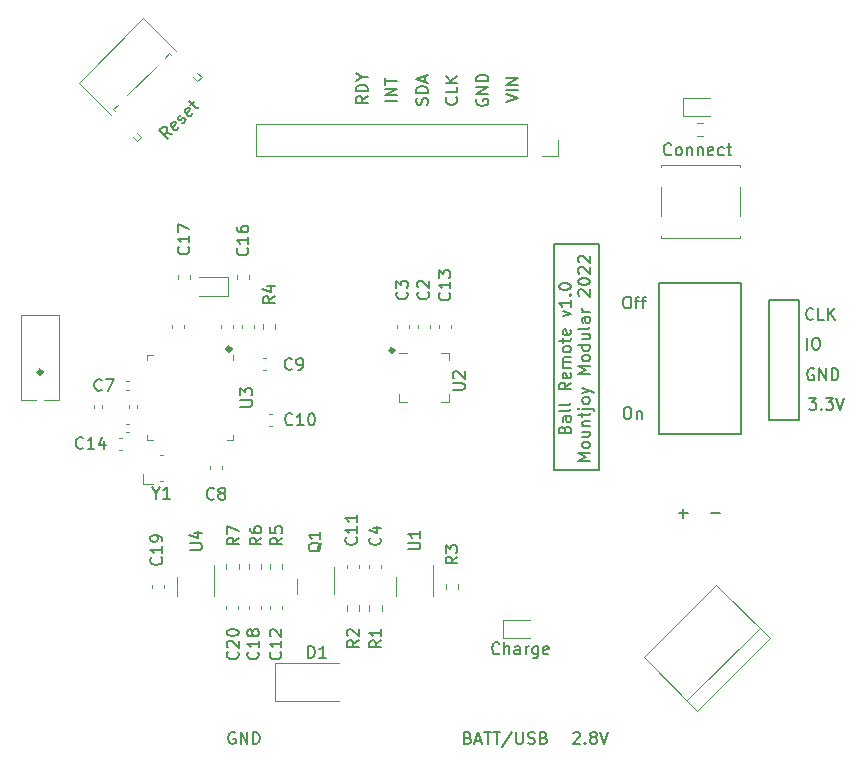
<source format=gbr>
%TF.GenerationSoftware,KiCad,Pcbnew,(6.0.4)*%
%TF.CreationDate,2022-03-21T16:24:48+00:00*%
%TF.ProjectId,Ball_Remote_Components,42616c6c-5f52-4656-9d6f-74655f436f6d,rev?*%
%TF.SameCoordinates,Original*%
%TF.FileFunction,Legend,Top*%
%TF.FilePolarity,Positive*%
%FSLAX46Y46*%
G04 Gerber Fmt 4.6, Leading zero omitted, Abs format (unit mm)*
G04 Created by KiCad (PCBNEW (6.0.4)) date 2022-03-21 16:24:48*
%MOMM*%
%LPD*%
G01*
G04 APERTURE LIST*
%ADD10C,0.298607*%
%ADD11C,0.357843*%
%ADD12C,0.150000*%
%ADD13C,0.120000*%
%ADD14C,0.342843*%
G04 APERTURE END LIST*
D10*
X143549303Y-104500000D02*
G75*
G03*
X143549303Y-104500000I-149303J0D01*
G01*
D11*
X129778921Y-104400000D02*
G75*
G03*
X129778921Y-104400000I-178921J0D01*
G01*
D12*
X157100000Y-114600000D02*
X160900000Y-114600000D01*
X160900000Y-114600000D02*
X160900000Y-95500000D01*
X160900000Y-95500000D02*
X157100000Y-95500000D01*
X157100000Y-95500000D02*
X157100000Y-114600000D01*
X158023571Y-111200000D02*
X158071190Y-111057142D01*
X158118809Y-111009523D01*
X158214047Y-110961904D01*
X158356904Y-110961904D01*
X158452142Y-111009523D01*
X158499761Y-111057142D01*
X158547380Y-111152380D01*
X158547380Y-111533333D01*
X157547380Y-111533333D01*
X157547380Y-111200000D01*
X157595000Y-111104761D01*
X157642619Y-111057142D01*
X157737857Y-111009523D01*
X157833095Y-111009523D01*
X157928333Y-111057142D01*
X157975952Y-111104761D01*
X158023571Y-111200000D01*
X158023571Y-111533333D01*
X158547380Y-110104761D02*
X158023571Y-110104761D01*
X157928333Y-110152380D01*
X157880714Y-110247619D01*
X157880714Y-110438095D01*
X157928333Y-110533333D01*
X158499761Y-110104761D02*
X158547380Y-110200000D01*
X158547380Y-110438095D01*
X158499761Y-110533333D01*
X158404523Y-110580952D01*
X158309285Y-110580952D01*
X158214047Y-110533333D01*
X158166428Y-110438095D01*
X158166428Y-110200000D01*
X158118809Y-110104761D01*
X158547380Y-109485714D02*
X158499761Y-109580952D01*
X158404523Y-109628571D01*
X157547380Y-109628571D01*
X158547380Y-108961904D02*
X158499761Y-109057142D01*
X158404523Y-109104761D01*
X157547380Y-109104761D01*
X158547380Y-107247619D02*
X158071190Y-107580952D01*
X158547380Y-107819047D02*
X157547380Y-107819047D01*
X157547380Y-107438095D01*
X157595000Y-107342857D01*
X157642619Y-107295238D01*
X157737857Y-107247619D01*
X157880714Y-107247619D01*
X157975952Y-107295238D01*
X158023571Y-107342857D01*
X158071190Y-107438095D01*
X158071190Y-107819047D01*
X158499761Y-106438095D02*
X158547380Y-106533333D01*
X158547380Y-106723809D01*
X158499761Y-106819047D01*
X158404523Y-106866666D01*
X158023571Y-106866666D01*
X157928333Y-106819047D01*
X157880714Y-106723809D01*
X157880714Y-106533333D01*
X157928333Y-106438095D01*
X158023571Y-106390476D01*
X158118809Y-106390476D01*
X158214047Y-106866666D01*
X158547380Y-105961904D02*
X157880714Y-105961904D01*
X157975952Y-105961904D02*
X157928333Y-105914285D01*
X157880714Y-105819047D01*
X157880714Y-105676190D01*
X157928333Y-105580952D01*
X158023571Y-105533333D01*
X158547380Y-105533333D01*
X158023571Y-105533333D02*
X157928333Y-105485714D01*
X157880714Y-105390476D01*
X157880714Y-105247619D01*
X157928333Y-105152380D01*
X158023571Y-105104761D01*
X158547380Y-105104761D01*
X158547380Y-104485714D02*
X158499761Y-104580952D01*
X158452142Y-104628571D01*
X158356904Y-104676190D01*
X158071190Y-104676190D01*
X157975952Y-104628571D01*
X157928333Y-104580952D01*
X157880714Y-104485714D01*
X157880714Y-104342857D01*
X157928333Y-104247619D01*
X157975952Y-104200000D01*
X158071190Y-104152380D01*
X158356904Y-104152380D01*
X158452142Y-104200000D01*
X158499761Y-104247619D01*
X158547380Y-104342857D01*
X158547380Y-104485714D01*
X157880714Y-103866666D02*
X157880714Y-103485714D01*
X157547380Y-103723809D02*
X158404523Y-103723809D01*
X158499761Y-103676190D01*
X158547380Y-103580952D01*
X158547380Y-103485714D01*
X158499761Y-102771428D02*
X158547380Y-102866666D01*
X158547380Y-103057142D01*
X158499761Y-103152380D01*
X158404523Y-103200000D01*
X158023571Y-103200000D01*
X157928333Y-103152380D01*
X157880714Y-103057142D01*
X157880714Y-102866666D01*
X157928333Y-102771428D01*
X158023571Y-102723809D01*
X158118809Y-102723809D01*
X158214047Y-103200000D01*
X157880714Y-101628571D02*
X158547380Y-101390476D01*
X157880714Y-101152380D01*
X158547380Y-100247619D02*
X158547380Y-100819047D01*
X158547380Y-100533333D02*
X157547380Y-100533333D01*
X157690238Y-100628571D01*
X157785476Y-100723809D01*
X157833095Y-100819047D01*
X158452142Y-99819047D02*
X158499761Y-99771428D01*
X158547380Y-99819047D01*
X158499761Y-99866666D01*
X158452142Y-99819047D01*
X158547380Y-99819047D01*
X157547380Y-99152380D02*
X157547380Y-99057142D01*
X157595000Y-98961904D01*
X157642619Y-98914285D01*
X157737857Y-98866666D01*
X157928333Y-98819047D01*
X158166428Y-98819047D01*
X158356904Y-98866666D01*
X158452142Y-98914285D01*
X158499761Y-98961904D01*
X158547380Y-99057142D01*
X158547380Y-99152380D01*
X158499761Y-99247619D01*
X158452142Y-99295238D01*
X158356904Y-99342857D01*
X158166428Y-99390476D01*
X157928333Y-99390476D01*
X157737857Y-99342857D01*
X157642619Y-99295238D01*
X157595000Y-99247619D01*
X157547380Y-99152380D01*
X160157380Y-113866666D02*
X159157380Y-113866666D01*
X159871666Y-113533333D01*
X159157380Y-113200000D01*
X160157380Y-113200000D01*
X160157380Y-112580952D02*
X160109761Y-112676190D01*
X160062142Y-112723809D01*
X159966904Y-112771428D01*
X159681190Y-112771428D01*
X159585952Y-112723809D01*
X159538333Y-112676190D01*
X159490714Y-112580952D01*
X159490714Y-112438095D01*
X159538333Y-112342857D01*
X159585952Y-112295238D01*
X159681190Y-112247619D01*
X159966904Y-112247619D01*
X160062142Y-112295238D01*
X160109761Y-112342857D01*
X160157380Y-112438095D01*
X160157380Y-112580952D01*
X159490714Y-111390476D02*
X160157380Y-111390476D01*
X159490714Y-111819047D02*
X160014523Y-111819047D01*
X160109761Y-111771428D01*
X160157380Y-111676190D01*
X160157380Y-111533333D01*
X160109761Y-111438095D01*
X160062142Y-111390476D01*
X159490714Y-110914285D02*
X160157380Y-110914285D01*
X159585952Y-110914285D02*
X159538333Y-110866666D01*
X159490714Y-110771428D01*
X159490714Y-110628571D01*
X159538333Y-110533333D01*
X159633571Y-110485714D01*
X160157380Y-110485714D01*
X159490714Y-110152380D02*
X159490714Y-109771428D01*
X159157380Y-110009523D02*
X160014523Y-110009523D01*
X160109761Y-109961904D01*
X160157380Y-109866666D01*
X160157380Y-109771428D01*
X159490714Y-109438095D02*
X160347857Y-109438095D01*
X160443095Y-109485714D01*
X160490714Y-109580952D01*
X160490714Y-109628571D01*
X159157380Y-109438095D02*
X159205000Y-109485714D01*
X159252619Y-109438095D01*
X159205000Y-109390476D01*
X159157380Y-109438095D01*
X159252619Y-109438095D01*
X160157380Y-108819047D02*
X160109761Y-108914285D01*
X160062142Y-108961904D01*
X159966904Y-109009523D01*
X159681190Y-109009523D01*
X159585952Y-108961904D01*
X159538333Y-108914285D01*
X159490714Y-108819047D01*
X159490714Y-108676190D01*
X159538333Y-108580952D01*
X159585952Y-108533333D01*
X159681190Y-108485714D01*
X159966904Y-108485714D01*
X160062142Y-108533333D01*
X160109761Y-108580952D01*
X160157380Y-108676190D01*
X160157380Y-108819047D01*
X159490714Y-108152380D02*
X160157380Y-107914285D01*
X159490714Y-107676190D02*
X160157380Y-107914285D01*
X160395476Y-108009523D01*
X160443095Y-108057142D01*
X160490714Y-108152380D01*
X160157380Y-106533333D02*
X159157380Y-106533333D01*
X159871666Y-106200000D01*
X159157380Y-105866666D01*
X160157380Y-105866666D01*
X160157380Y-105247619D02*
X160109761Y-105342857D01*
X160062142Y-105390476D01*
X159966904Y-105438095D01*
X159681190Y-105438095D01*
X159585952Y-105390476D01*
X159538333Y-105342857D01*
X159490714Y-105247619D01*
X159490714Y-105104761D01*
X159538333Y-105009523D01*
X159585952Y-104961904D01*
X159681190Y-104914285D01*
X159966904Y-104914285D01*
X160062142Y-104961904D01*
X160109761Y-105009523D01*
X160157380Y-105104761D01*
X160157380Y-105247619D01*
X160157380Y-104057142D02*
X159157380Y-104057142D01*
X160109761Y-104057142D02*
X160157380Y-104152380D01*
X160157380Y-104342857D01*
X160109761Y-104438095D01*
X160062142Y-104485714D01*
X159966904Y-104533333D01*
X159681190Y-104533333D01*
X159585952Y-104485714D01*
X159538333Y-104438095D01*
X159490714Y-104342857D01*
X159490714Y-104152380D01*
X159538333Y-104057142D01*
X159490714Y-103152380D02*
X160157380Y-103152380D01*
X159490714Y-103580952D02*
X160014523Y-103580952D01*
X160109761Y-103533333D01*
X160157380Y-103438095D01*
X160157380Y-103295238D01*
X160109761Y-103200000D01*
X160062142Y-103152380D01*
X160157380Y-102533333D02*
X160109761Y-102628571D01*
X160014523Y-102676190D01*
X159157380Y-102676190D01*
X160157380Y-101723809D02*
X159633571Y-101723809D01*
X159538333Y-101771428D01*
X159490714Y-101866666D01*
X159490714Y-102057142D01*
X159538333Y-102152380D01*
X160109761Y-101723809D02*
X160157380Y-101819047D01*
X160157380Y-102057142D01*
X160109761Y-102152380D01*
X160014523Y-102200000D01*
X159919285Y-102200000D01*
X159824047Y-102152380D01*
X159776428Y-102057142D01*
X159776428Y-101819047D01*
X159728809Y-101723809D01*
X160157380Y-101247619D02*
X159490714Y-101247619D01*
X159681190Y-101247619D02*
X159585952Y-101200000D01*
X159538333Y-101152380D01*
X159490714Y-101057142D01*
X159490714Y-100961904D01*
X159252619Y-99914285D02*
X159205000Y-99866666D01*
X159157380Y-99771428D01*
X159157380Y-99533333D01*
X159205000Y-99438095D01*
X159252619Y-99390476D01*
X159347857Y-99342857D01*
X159443095Y-99342857D01*
X159585952Y-99390476D01*
X160157380Y-99961904D01*
X160157380Y-99342857D01*
X159157380Y-98723809D02*
X159157380Y-98628571D01*
X159205000Y-98533333D01*
X159252619Y-98485714D01*
X159347857Y-98438095D01*
X159538333Y-98390476D01*
X159776428Y-98390476D01*
X159966904Y-98438095D01*
X160062142Y-98485714D01*
X160109761Y-98533333D01*
X160157380Y-98628571D01*
X160157380Y-98723809D01*
X160109761Y-98819047D01*
X160062142Y-98866666D01*
X159966904Y-98914285D01*
X159776428Y-98961904D01*
X159538333Y-98961904D01*
X159347857Y-98914285D01*
X159252619Y-98866666D01*
X159205000Y-98819047D01*
X159157380Y-98723809D01*
X159252619Y-98009523D02*
X159205000Y-97961904D01*
X159157380Y-97866666D01*
X159157380Y-97628571D01*
X159205000Y-97533333D01*
X159252619Y-97485714D01*
X159347857Y-97438095D01*
X159443095Y-97438095D01*
X159585952Y-97485714D01*
X160157380Y-98057142D01*
X160157380Y-97438095D01*
X159252619Y-97057142D02*
X159205000Y-97009523D01*
X159157380Y-96914285D01*
X159157380Y-96676190D01*
X159205000Y-96580952D01*
X159252619Y-96533333D01*
X159347857Y-96485714D01*
X159443095Y-96485714D01*
X159585952Y-96533333D01*
X160157380Y-97104761D01*
X160157380Y-96485714D01*
X163233333Y-99962380D02*
X163423809Y-99962380D01*
X163519047Y-100010000D01*
X163614285Y-100105238D01*
X163661904Y-100295714D01*
X163661904Y-100629047D01*
X163614285Y-100819523D01*
X163519047Y-100914761D01*
X163423809Y-100962380D01*
X163233333Y-100962380D01*
X163138095Y-100914761D01*
X163042857Y-100819523D01*
X162995238Y-100629047D01*
X162995238Y-100295714D01*
X163042857Y-100105238D01*
X163138095Y-100010000D01*
X163233333Y-99962380D01*
X163947619Y-100295714D02*
X164328571Y-100295714D01*
X164090476Y-100962380D02*
X164090476Y-100105238D01*
X164138095Y-100010000D01*
X164233333Y-99962380D01*
X164328571Y-99962380D01*
X164519047Y-100295714D02*
X164900000Y-100295714D01*
X164661904Y-100962380D02*
X164661904Y-100105238D01*
X164709523Y-100010000D01*
X164804761Y-99962380D01*
X164900000Y-99962380D01*
X158746428Y-136935119D02*
X158794047Y-136887500D01*
X158889285Y-136839880D01*
X159127380Y-136839880D01*
X159222619Y-136887500D01*
X159270238Y-136935119D01*
X159317857Y-137030357D01*
X159317857Y-137125595D01*
X159270238Y-137268452D01*
X158698809Y-137839880D01*
X159317857Y-137839880D01*
X159746428Y-137744642D02*
X159794047Y-137792261D01*
X159746428Y-137839880D01*
X159698809Y-137792261D01*
X159746428Y-137744642D01*
X159746428Y-137839880D01*
X160365476Y-137268452D02*
X160270238Y-137220833D01*
X160222619Y-137173214D01*
X160175000Y-137077976D01*
X160175000Y-137030357D01*
X160222619Y-136935119D01*
X160270238Y-136887500D01*
X160365476Y-136839880D01*
X160555952Y-136839880D01*
X160651190Y-136887500D01*
X160698809Y-136935119D01*
X160746428Y-137030357D01*
X160746428Y-137077976D01*
X160698809Y-137173214D01*
X160651190Y-137220833D01*
X160555952Y-137268452D01*
X160365476Y-137268452D01*
X160270238Y-137316071D01*
X160222619Y-137363690D01*
X160175000Y-137458928D01*
X160175000Y-137649404D01*
X160222619Y-137744642D01*
X160270238Y-137792261D01*
X160365476Y-137839880D01*
X160555952Y-137839880D01*
X160651190Y-137792261D01*
X160698809Y-137744642D01*
X160746428Y-137649404D01*
X160746428Y-137458928D01*
X160698809Y-137363690D01*
X160651190Y-137316071D01*
X160555952Y-137268452D01*
X161032142Y-136839880D02*
X161365476Y-137839880D01*
X161698809Y-136839880D01*
X153052380Y-83482738D02*
X154052380Y-83149404D01*
X153052380Y-82816071D01*
X154052380Y-82482738D02*
X153052380Y-82482738D01*
X154052380Y-82006547D02*
X153052380Y-82006547D01*
X154052380Y-81435119D01*
X153052380Y-81435119D01*
X130113095Y-136887500D02*
X130017857Y-136839880D01*
X129875000Y-136839880D01*
X129732142Y-136887500D01*
X129636904Y-136982738D01*
X129589285Y-137077976D01*
X129541666Y-137268452D01*
X129541666Y-137411309D01*
X129589285Y-137601785D01*
X129636904Y-137697023D01*
X129732142Y-137792261D01*
X129875000Y-137839880D01*
X129970238Y-137839880D01*
X130113095Y-137792261D01*
X130160714Y-137744642D01*
X130160714Y-137411309D01*
X129970238Y-137411309D01*
X130589285Y-137839880D02*
X130589285Y-136839880D01*
X131160714Y-137839880D01*
X131160714Y-136839880D01*
X131636904Y-137839880D02*
X131636904Y-136839880D01*
X131875000Y-136839880D01*
X132017857Y-136887500D01*
X132113095Y-136982738D01*
X132160714Y-137077976D01*
X132208333Y-137268452D01*
X132208333Y-137411309D01*
X132160714Y-137601785D01*
X132113095Y-137697023D01*
X132017857Y-137792261D01*
X131875000Y-137839880D01*
X131636904Y-137839880D01*
X124819416Y-86182847D02*
X124246996Y-86081831D01*
X124415355Y-86586908D02*
X123708248Y-85879801D01*
X123977622Y-85610427D01*
X124078637Y-85576755D01*
X124145981Y-85576755D01*
X124246996Y-85610427D01*
X124348011Y-85711442D01*
X124381683Y-85812457D01*
X124381683Y-85879801D01*
X124348011Y-85980816D01*
X124078637Y-86250190D01*
X125358164Y-85576755D02*
X125324492Y-85677770D01*
X125189805Y-85812457D01*
X125088790Y-85846129D01*
X124987774Y-85812457D01*
X124718400Y-85543083D01*
X124684729Y-85442068D01*
X124718400Y-85341053D01*
X124853087Y-85206366D01*
X124954103Y-85172694D01*
X125055118Y-85206366D01*
X125122461Y-85273709D01*
X124853087Y-85677770D01*
X125661209Y-85273709D02*
X125762225Y-85240038D01*
X125896912Y-85105351D01*
X125930583Y-85004335D01*
X125896912Y-84903320D01*
X125863240Y-84869648D01*
X125762225Y-84835977D01*
X125661209Y-84869648D01*
X125560194Y-84970664D01*
X125459179Y-85004335D01*
X125358164Y-84970664D01*
X125324492Y-84936992D01*
X125290820Y-84835977D01*
X125324492Y-84734961D01*
X125425507Y-84633946D01*
X125526522Y-84600274D01*
X126536675Y-84398244D02*
X126503003Y-84499259D01*
X126368316Y-84633946D01*
X126267301Y-84667618D01*
X126166286Y-84633946D01*
X125896912Y-84364572D01*
X125863240Y-84263557D01*
X125896912Y-84162542D01*
X126031599Y-84027855D01*
X126132614Y-83994183D01*
X126233629Y-84027855D01*
X126300973Y-84095198D01*
X126031599Y-84499259D01*
X126334644Y-83724809D02*
X126604018Y-83455435D01*
X126199957Y-83388091D02*
X126806049Y-83994183D01*
X126907064Y-84027855D01*
X127008079Y-83994183D01*
X127075423Y-83926839D01*
X167675595Y-118308928D02*
X168437500Y-118308928D01*
X168056547Y-118689880D02*
X168056547Y-117927976D01*
X170437500Y-118308928D02*
X171199404Y-118308928D01*
X152489285Y-130144642D02*
X152441666Y-130192261D01*
X152298809Y-130239880D01*
X152203571Y-130239880D01*
X152060714Y-130192261D01*
X151965476Y-130097023D01*
X151917857Y-130001785D01*
X151870238Y-129811309D01*
X151870238Y-129668452D01*
X151917857Y-129477976D01*
X151965476Y-129382738D01*
X152060714Y-129287500D01*
X152203571Y-129239880D01*
X152298809Y-129239880D01*
X152441666Y-129287500D01*
X152489285Y-129335119D01*
X152917857Y-130239880D02*
X152917857Y-129239880D01*
X153346428Y-130239880D02*
X153346428Y-129716071D01*
X153298809Y-129620833D01*
X153203571Y-129573214D01*
X153060714Y-129573214D01*
X152965476Y-129620833D01*
X152917857Y-129668452D01*
X154251190Y-130239880D02*
X154251190Y-129716071D01*
X154203571Y-129620833D01*
X154108333Y-129573214D01*
X153917857Y-129573214D01*
X153822619Y-129620833D01*
X154251190Y-130192261D02*
X154155952Y-130239880D01*
X153917857Y-130239880D01*
X153822619Y-130192261D01*
X153775000Y-130097023D01*
X153775000Y-130001785D01*
X153822619Y-129906547D01*
X153917857Y-129858928D01*
X154155952Y-129858928D01*
X154251190Y-129811309D01*
X154727380Y-130239880D02*
X154727380Y-129573214D01*
X154727380Y-129763690D02*
X154775000Y-129668452D01*
X154822619Y-129620833D01*
X154917857Y-129573214D01*
X155013095Y-129573214D01*
X155775000Y-129573214D02*
X155775000Y-130382738D01*
X155727380Y-130477976D01*
X155679761Y-130525595D01*
X155584523Y-130573214D01*
X155441666Y-130573214D01*
X155346428Y-130525595D01*
X155775000Y-130192261D02*
X155679761Y-130239880D01*
X155489285Y-130239880D01*
X155394047Y-130192261D01*
X155346428Y-130144642D01*
X155298809Y-130049404D01*
X155298809Y-129763690D01*
X155346428Y-129668452D01*
X155394047Y-129620833D01*
X155489285Y-129573214D01*
X155679761Y-129573214D01*
X155775000Y-129620833D01*
X156632142Y-130192261D02*
X156536904Y-130239880D01*
X156346428Y-130239880D01*
X156251190Y-130192261D01*
X156203571Y-130097023D01*
X156203571Y-129716071D01*
X156251190Y-129620833D01*
X156346428Y-129573214D01*
X156536904Y-129573214D01*
X156632142Y-129620833D01*
X156679761Y-129716071D01*
X156679761Y-129811309D01*
X156203571Y-129906547D01*
X149832142Y-137316071D02*
X149975000Y-137363690D01*
X150022619Y-137411309D01*
X150070238Y-137506547D01*
X150070238Y-137649404D01*
X150022619Y-137744642D01*
X149975000Y-137792261D01*
X149879761Y-137839880D01*
X149498809Y-137839880D01*
X149498809Y-136839880D01*
X149832142Y-136839880D01*
X149927380Y-136887500D01*
X149975000Y-136935119D01*
X150022619Y-137030357D01*
X150022619Y-137125595D01*
X149975000Y-137220833D01*
X149927380Y-137268452D01*
X149832142Y-137316071D01*
X149498809Y-137316071D01*
X150451190Y-137554166D02*
X150927380Y-137554166D01*
X150355952Y-137839880D02*
X150689285Y-136839880D01*
X151022619Y-137839880D01*
X151213095Y-136839880D02*
X151784523Y-136839880D01*
X151498809Y-137839880D02*
X151498809Y-136839880D01*
X151975000Y-136839880D02*
X152546428Y-136839880D01*
X152260714Y-137839880D02*
X152260714Y-136839880D01*
X153594047Y-136792261D02*
X152736904Y-138077976D01*
X153927380Y-136839880D02*
X153927380Y-137649404D01*
X153975000Y-137744642D01*
X154022619Y-137792261D01*
X154117857Y-137839880D01*
X154308333Y-137839880D01*
X154403571Y-137792261D01*
X154451190Y-137744642D01*
X154498809Y-137649404D01*
X154498809Y-136839880D01*
X154927380Y-137792261D02*
X155070238Y-137839880D01*
X155308333Y-137839880D01*
X155403571Y-137792261D01*
X155451190Y-137744642D01*
X155498809Y-137649404D01*
X155498809Y-137554166D01*
X155451190Y-137458928D01*
X155403571Y-137411309D01*
X155308333Y-137363690D01*
X155117857Y-137316071D01*
X155022619Y-137268452D01*
X154975000Y-137220833D01*
X154927380Y-137125595D01*
X154927380Y-137030357D01*
X154975000Y-136935119D01*
X155022619Y-136887500D01*
X155117857Y-136839880D01*
X155355952Y-136839880D01*
X155498809Y-136887500D01*
X156260714Y-137316071D02*
X156403571Y-137363690D01*
X156451190Y-137411309D01*
X156498809Y-137506547D01*
X156498809Y-137649404D01*
X156451190Y-137744642D01*
X156403571Y-137792261D01*
X156308333Y-137839880D01*
X155927380Y-137839880D01*
X155927380Y-136839880D01*
X156260714Y-136839880D01*
X156355952Y-136887500D01*
X156403571Y-136935119D01*
X156451190Y-137030357D01*
X156451190Y-137125595D01*
X156403571Y-137220833D01*
X156355952Y-137268452D01*
X156260714Y-137316071D01*
X155927380Y-137316071D01*
X148857142Y-83082738D02*
X148904761Y-83130357D01*
X148952380Y-83273214D01*
X148952380Y-83368452D01*
X148904761Y-83511309D01*
X148809523Y-83606547D01*
X148714285Y-83654166D01*
X148523809Y-83701785D01*
X148380952Y-83701785D01*
X148190476Y-83654166D01*
X148095238Y-83606547D01*
X148000000Y-83511309D01*
X147952380Y-83368452D01*
X147952380Y-83273214D01*
X148000000Y-83130357D01*
X148047619Y-83082738D01*
X148952380Y-82177976D02*
X148952380Y-82654166D01*
X147952380Y-82654166D01*
X148952380Y-81844642D02*
X147952380Y-81844642D01*
X148952380Y-81273214D02*
X148380952Y-81701785D01*
X147952380Y-81273214D02*
X148523809Y-81844642D01*
X141352380Y-83006547D02*
X140876190Y-83339880D01*
X141352380Y-83577976D02*
X140352380Y-83577976D01*
X140352380Y-83197023D01*
X140400000Y-83101785D01*
X140447619Y-83054166D01*
X140542857Y-83006547D01*
X140685714Y-83006547D01*
X140780952Y-83054166D01*
X140828571Y-83101785D01*
X140876190Y-83197023D01*
X140876190Y-83577976D01*
X141352380Y-82577976D02*
X140352380Y-82577976D01*
X140352380Y-82339880D01*
X140400000Y-82197023D01*
X140495238Y-82101785D01*
X140590476Y-82054166D01*
X140780952Y-82006547D01*
X140923809Y-82006547D01*
X141114285Y-82054166D01*
X141209523Y-82101785D01*
X141304761Y-82197023D01*
X141352380Y-82339880D01*
X141352380Y-82577976D01*
X140876190Y-81387500D02*
X141352380Y-81387500D01*
X140352380Y-81720833D02*
X140876190Y-81387500D01*
X140352380Y-81054166D01*
X150600000Y-83249404D02*
X150552380Y-83344642D01*
X150552380Y-83487500D01*
X150600000Y-83630357D01*
X150695238Y-83725595D01*
X150790476Y-83773214D01*
X150980952Y-83820833D01*
X151123809Y-83820833D01*
X151314285Y-83773214D01*
X151409523Y-83725595D01*
X151504761Y-83630357D01*
X151552380Y-83487500D01*
X151552380Y-83392261D01*
X151504761Y-83249404D01*
X151457142Y-83201785D01*
X151123809Y-83201785D01*
X151123809Y-83392261D01*
X151552380Y-82773214D02*
X150552380Y-82773214D01*
X151552380Y-82201785D01*
X150552380Y-82201785D01*
X151552380Y-81725595D02*
X150552380Y-81725595D01*
X150552380Y-81487500D01*
X150600000Y-81344642D01*
X150695238Y-81249404D01*
X150790476Y-81201785D01*
X150980952Y-81154166D01*
X151123809Y-81154166D01*
X151314285Y-81201785D01*
X151409523Y-81249404D01*
X151504761Y-81344642D01*
X151552380Y-81487500D01*
X151552380Y-81725595D01*
X143852380Y-83392261D02*
X142852380Y-83392261D01*
X143852380Y-82916071D02*
X142852380Y-82916071D01*
X143852380Y-82344642D01*
X142852380Y-82344642D01*
X142852380Y-82011309D02*
X142852380Y-81439880D01*
X143852380Y-81725595D02*
X142852380Y-81725595D01*
X167047023Y-87894642D02*
X166999404Y-87942261D01*
X166856547Y-87989880D01*
X166761309Y-87989880D01*
X166618452Y-87942261D01*
X166523214Y-87847023D01*
X166475595Y-87751785D01*
X166427976Y-87561309D01*
X166427976Y-87418452D01*
X166475595Y-87227976D01*
X166523214Y-87132738D01*
X166618452Y-87037500D01*
X166761309Y-86989880D01*
X166856547Y-86989880D01*
X166999404Y-87037500D01*
X167047023Y-87085119D01*
X167618452Y-87989880D02*
X167523214Y-87942261D01*
X167475595Y-87894642D01*
X167427976Y-87799404D01*
X167427976Y-87513690D01*
X167475595Y-87418452D01*
X167523214Y-87370833D01*
X167618452Y-87323214D01*
X167761309Y-87323214D01*
X167856547Y-87370833D01*
X167904166Y-87418452D01*
X167951785Y-87513690D01*
X167951785Y-87799404D01*
X167904166Y-87894642D01*
X167856547Y-87942261D01*
X167761309Y-87989880D01*
X167618452Y-87989880D01*
X168380357Y-87323214D02*
X168380357Y-87989880D01*
X168380357Y-87418452D02*
X168427976Y-87370833D01*
X168523214Y-87323214D01*
X168666071Y-87323214D01*
X168761309Y-87370833D01*
X168808928Y-87466071D01*
X168808928Y-87989880D01*
X169285119Y-87323214D02*
X169285119Y-87989880D01*
X169285119Y-87418452D02*
X169332738Y-87370833D01*
X169427976Y-87323214D01*
X169570833Y-87323214D01*
X169666071Y-87370833D01*
X169713690Y-87466071D01*
X169713690Y-87989880D01*
X170570833Y-87942261D02*
X170475595Y-87989880D01*
X170285119Y-87989880D01*
X170189880Y-87942261D01*
X170142261Y-87847023D01*
X170142261Y-87466071D01*
X170189880Y-87370833D01*
X170285119Y-87323214D01*
X170475595Y-87323214D01*
X170570833Y-87370833D01*
X170618452Y-87466071D01*
X170618452Y-87561309D01*
X170142261Y-87656547D01*
X171475595Y-87942261D02*
X171380357Y-87989880D01*
X171189880Y-87989880D01*
X171094642Y-87942261D01*
X171047023Y-87894642D01*
X170999404Y-87799404D01*
X170999404Y-87513690D01*
X171047023Y-87418452D01*
X171094642Y-87370833D01*
X171189880Y-87323214D01*
X171380357Y-87323214D01*
X171475595Y-87370833D01*
X171761309Y-87323214D02*
X172142261Y-87323214D01*
X171904166Y-86989880D02*
X171904166Y-87847023D01*
X171951785Y-87942261D01*
X172047023Y-87989880D01*
X172142261Y-87989880D01*
X163252380Y-109322380D02*
X163442857Y-109322380D01*
X163538095Y-109370000D01*
X163633333Y-109465238D01*
X163680952Y-109655714D01*
X163680952Y-109989047D01*
X163633333Y-110179523D01*
X163538095Y-110274761D01*
X163442857Y-110322380D01*
X163252380Y-110322380D01*
X163157142Y-110274761D01*
X163061904Y-110179523D01*
X163014285Y-109989047D01*
X163014285Y-109655714D01*
X163061904Y-109465238D01*
X163157142Y-109370000D01*
X163252380Y-109322380D01*
X164109523Y-109655714D02*
X164109523Y-110322380D01*
X164109523Y-109750952D02*
X164157142Y-109703333D01*
X164252380Y-109655714D01*
X164395238Y-109655714D01*
X164490476Y-109703333D01*
X164538095Y-109798571D01*
X164538095Y-110322380D01*
X146404761Y-83701785D02*
X146452380Y-83558928D01*
X146452380Y-83320833D01*
X146404761Y-83225595D01*
X146357142Y-83177976D01*
X146261904Y-83130357D01*
X146166666Y-83130357D01*
X146071428Y-83177976D01*
X146023809Y-83225595D01*
X145976190Y-83320833D01*
X145928571Y-83511309D01*
X145880952Y-83606547D01*
X145833333Y-83654166D01*
X145738095Y-83701785D01*
X145642857Y-83701785D01*
X145547619Y-83654166D01*
X145500000Y-83606547D01*
X145452380Y-83511309D01*
X145452380Y-83273214D01*
X145500000Y-83130357D01*
X146452380Y-82701785D02*
X145452380Y-82701785D01*
X145452380Y-82463690D01*
X145500000Y-82320833D01*
X145595238Y-82225595D01*
X145690476Y-82177976D01*
X145880952Y-82130357D01*
X146023809Y-82130357D01*
X146214285Y-82177976D01*
X146309523Y-82225595D01*
X146404761Y-82320833D01*
X146452380Y-82463690D01*
X146452380Y-82701785D01*
X146166666Y-81749404D02*
X146166666Y-81273214D01*
X146452380Y-81844642D02*
X145452380Y-81511309D01*
X146452380Y-81177976D01*
%TO.C,R6*%
X132352380Y-120366666D02*
X131876190Y-120700000D01*
X132352380Y-120938095D02*
X131352380Y-120938095D01*
X131352380Y-120557142D01*
X131400000Y-120461904D01*
X131447619Y-120414285D01*
X131542857Y-120366666D01*
X131685714Y-120366666D01*
X131780952Y-120414285D01*
X131828571Y-120461904D01*
X131876190Y-120557142D01*
X131876190Y-120938095D01*
X131352380Y-119509523D02*
X131352380Y-119700000D01*
X131400000Y-119795238D01*
X131447619Y-119842857D01*
X131590476Y-119938095D01*
X131780952Y-119985714D01*
X132161904Y-119985714D01*
X132257142Y-119938095D01*
X132304761Y-119890476D01*
X132352380Y-119795238D01*
X132352380Y-119604761D01*
X132304761Y-119509523D01*
X132257142Y-119461904D01*
X132161904Y-119414285D01*
X131923809Y-119414285D01*
X131828571Y-119461904D01*
X131780952Y-119509523D01*
X131733333Y-119604761D01*
X131733333Y-119795238D01*
X131780952Y-119890476D01*
X131828571Y-119938095D01*
X131923809Y-119985714D01*
%TO.C,C14*%
X117257142Y-112757142D02*
X117209523Y-112804761D01*
X117066666Y-112852380D01*
X116971428Y-112852380D01*
X116828571Y-112804761D01*
X116733333Y-112709523D01*
X116685714Y-112614285D01*
X116638095Y-112423809D01*
X116638095Y-112280952D01*
X116685714Y-112090476D01*
X116733333Y-111995238D01*
X116828571Y-111900000D01*
X116971428Y-111852380D01*
X117066666Y-111852380D01*
X117209523Y-111900000D01*
X117257142Y-111947619D01*
X118209523Y-112852380D02*
X117638095Y-112852380D01*
X117923809Y-112852380D02*
X117923809Y-111852380D01*
X117828571Y-111995238D01*
X117733333Y-112090476D01*
X117638095Y-112138095D01*
X119066666Y-112185714D02*
X119066666Y-112852380D01*
X118828571Y-111804761D02*
X118590476Y-112519047D01*
X119209523Y-112519047D01*
%TO.C,Y1*%
X123423809Y-116576190D02*
X123423809Y-117052380D01*
X123090476Y-116052380D02*
X123423809Y-116576190D01*
X123757142Y-116052380D01*
X124614285Y-117052380D02*
X124042857Y-117052380D01*
X124328571Y-117052380D02*
X124328571Y-116052380D01*
X124233333Y-116195238D01*
X124138095Y-116290476D01*
X124042857Y-116338095D01*
%TO.C,C8*%
X128333333Y-117057142D02*
X128285714Y-117104761D01*
X128142857Y-117152380D01*
X128047619Y-117152380D01*
X127904761Y-117104761D01*
X127809523Y-117009523D01*
X127761904Y-116914285D01*
X127714285Y-116723809D01*
X127714285Y-116580952D01*
X127761904Y-116390476D01*
X127809523Y-116295238D01*
X127904761Y-116200000D01*
X128047619Y-116152380D01*
X128142857Y-116152380D01*
X128285714Y-116200000D01*
X128333333Y-116247619D01*
X128904761Y-116580952D02*
X128809523Y-116533333D01*
X128761904Y-116485714D01*
X128714285Y-116390476D01*
X128714285Y-116342857D01*
X128761904Y-116247619D01*
X128809523Y-116200000D01*
X128904761Y-116152380D01*
X129095238Y-116152380D01*
X129190476Y-116200000D01*
X129238095Y-116247619D01*
X129285714Y-116342857D01*
X129285714Y-116390476D01*
X129238095Y-116485714D01*
X129190476Y-116533333D01*
X129095238Y-116580952D01*
X128904761Y-116580952D01*
X128809523Y-116628571D01*
X128761904Y-116676190D01*
X128714285Y-116771428D01*
X128714285Y-116961904D01*
X128761904Y-117057142D01*
X128809523Y-117104761D01*
X128904761Y-117152380D01*
X129095238Y-117152380D01*
X129190476Y-117104761D01*
X129238095Y-117057142D01*
X129285714Y-116961904D01*
X129285714Y-116771428D01*
X129238095Y-116676190D01*
X129190476Y-116628571D01*
X129095238Y-116580952D01*
%TO.C,R2*%
X140589880Y-129066666D02*
X140113690Y-129400000D01*
X140589880Y-129638095D02*
X139589880Y-129638095D01*
X139589880Y-129257142D01*
X139637500Y-129161904D01*
X139685119Y-129114285D01*
X139780357Y-129066666D01*
X139923214Y-129066666D01*
X140018452Y-129114285D01*
X140066071Y-129161904D01*
X140113690Y-129257142D01*
X140113690Y-129638095D01*
X139685119Y-128685714D02*
X139637500Y-128638095D01*
X139589880Y-128542857D01*
X139589880Y-128304761D01*
X139637500Y-128209523D01*
X139685119Y-128161904D01*
X139780357Y-128114285D01*
X139875595Y-128114285D01*
X140018452Y-128161904D01*
X140589880Y-128733333D01*
X140589880Y-128114285D01*
%TO.C,U1*%
X144802380Y-121361904D02*
X145611904Y-121361904D01*
X145707142Y-121314285D01*
X145754761Y-121266666D01*
X145802380Y-121171428D01*
X145802380Y-120980952D01*
X145754761Y-120885714D01*
X145707142Y-120838095D01*
X145611904Y-120790476D01*
X144802380Y-120790476D01*
X145802380Y-119790476D02*
X145802380Y-120361904D01*
X145802380Y-120076190D02*
X144802380Y-120076190D01*
X144945238Y-120171428D01*
X145040476Y-120266666D01*
X145088095Y-120361904D01*
%TO.C,J3*%
X178551190Y-104439880D02*
X178551190Y-103439880D01*
X179217857Y-103439880D02*
X179408333Y-103439880D01*
X179503571Y-103487500D01*
X179598809Y-103582738D01*
X179646428Y-103773214D01*
X179646428Y-104106547D01*
X179598809Y-104297023D01*
X179503571Y-104392261D01*
X179408333Y-104439880D01*
X179217857Y-104439880D01*
X179122619Y-104392261D01*
X179027380Y-104297023D01*
X178979761Y-104106547D01*
X178979761Y-103773214D01*
X179027380Y-103582738D01*
X179122619Y-103487500D01*
X179217857Y-103439880D01*
X179079761Y-101844642D02*
X179032142Y-101892261D01*
X178889285Y-101939880D01*
X178794047Y-101939880D01*
X178651190Y-101892261D01*
X178555952Y-101797023D01*
X178508333Y-101701785D01*
X178460714Y-101511309D01*
X178460714Y-101368452D01*
X178508333Y-101177976D01*
X178555952Y-101082738D01*
X178651190Y-100987500D01*
X178794047Y-100939880D01*
X178889285Y-100939880D01*
X179032142Y-100987500D01*
X179079761Y-101035119D01*
X179984523Y-101939880D02*
X179508333Y-101939880D01*
X179508333Y-100939880D01*
X180317857Y-101939880D02*
X180317857Y-100939880D01*
X180889285Y-101939880D02*
X180460714Y-101368452D01*
X180889285Y-100939880D02*
X180317857Y-101511309D01*
X178698809Y-108539880D02*
X179317857Y-108539880D01*
X178984523Y-108920833D01*
X179127380Y-108920833D01*
X179222619Y-108968452D01*
X179270238Y-109016071D01*
X179317857Y-109111309D01*
X179317857Y-109349404D01*
X179270238Y-109444642D01*
X179222619Y-109492261D01*
X179127380Y-109539880D01*
X178841666Y-109539880D01*
X178746428Y-109492261D01*
X178698809Y-109444642D01*
X179746428Y-109444642D02*
X179794047Y-109492261D01*
X179746428Y-109539880D01*
X179698809Y-109492261D01*
X179746428Y-109444642D01*
X179746428Y-109539880D01*
X180127380Y-108539880D02*
X180746428Y-108539880D01*
X180413095Y-108920833D01*
X180555952Y-108920833D01*
X180651190Y-108968452D01*
X180698809Y-109016071D01*
X180746428Y-109111309D01*
X180746428Y-109349404D01*
X180698809Y-109444642D01*
X180651190Y-109492261D01*
X180555952Y-109539880D01*
X180270238Y-109539880D01*
X180175000Y-109492261D01*
X180127380Y-109444642D01*
X181032142Y-108539880D02*
X181365476Y-109539880D01*
X181698809Y-108539880D01*
X179113095Y-106087500D02*
X179017857Y-106039880D01*
X178875000Y-106039880D01*
X178732142Y-106087500D01*
X178636904Y-106182738D01*
X178589285Y-106277976D01*
X178541666Y-106468452D01*
X178541666Y-106611309D01*
X178589285Y-106801785D01*
X178636904Y-106897023D01*
X178732142Y-106992261D01*
X178875000Y-107039880D01*
X178970238Y-107039880D01*
X179113095Y-106992261D01*
X179160714Y-106944642D01*
X179160714Y-106611309D01*
X178970238Y-106611309D01*
X179589285Y-107039880D02*
X179589285Y-106039880D01*
X180160714Y-107039880D01*
X180160714Y-106039880D01*
X180636904Y-107039880D02*
X180636904Y-106039880D01*
X180875000Y-106039880D01*
X181017857Y-106087500D01*
X181113095Y-106182738D01*
X181160714Y-106277976D01*
X181208333Y-106468452D01*
X181208333Y-106611309D01*
X181160714Y-106801785D01*
X181113095Y-106897023D01*
X181017857Y-106992261D01*
X180875000Y-107039880D01*
X180636904Y-107039880D01*
%TO.C,R1*%
X142502380Y-129066666D02*
X142026190Y-129400000D01*
X142502380Y-129638095D02*
X141502380Y-129638095D01*
X141502380Y-129257142D01*
X141550000Y-129161904D01*
X141597619Y-129114285D01*
X141692857Y-129066666D01*
X141835714Y-129066666D01*
X141930952Y-129114285D01*
X141978571Y-129161904D01*
X142026190Y-129257142D01*
X142026190Y-129638095D01*
X142502380Y-128114285D02*
X142502380Y-128685714D01*
X142502380Y-128400000D02*
X141502380Y-128400000D01*
X141645238Y-128495238D01*
X141740476Y-128590476D01*
X141788095Y-128685714D01*
%TO.C,C10*%
X134975892Y-110738392D02*
X134928273Y-110786011D01*
X134785416Y-110833630D01*
X134690178Y-110833630D01*
X134547321Y-110786011D01*
X134452083Y-110690773D01*
X134404464Y-110595535D01*
X134356845Y-110405059D01*
X134356845Y-110262202D01*
X134404464Y-110071726D01*
X134452083Y-109976488D01*
X134547321Y-109881250D01*
X134690178Y-109833630D01*
X134785416Y-109833630D01*
X134928273Y-109881250D01*
X134975892Y-109928869D01*
X135928273Y-110833630D02*
X135356845Y-110833630D01*
X135642559Y-110833630D02*
X135642559Y-109833630D01*
X135547321Y-109976488D01*
X135452083Y-110071726D01*
X135356845Y-110119345D01*
X136547321Y-109833630D02*
X136642559Y-109833630D01*
X136737797Y-109881250D01*
X136785416Y-109928869D01*
X136833035Y-110024107D01*
X136880654Y-110214583D01*
X136880654Y-110452678D01*
X136833035Y-110643154D01*
X136785416Y-110738392D01*
X136737797Y-110786011D01*
X136642559Y-110833630D01*
X136547321Y-110833630D01*
X136452083Y-110786011D01*
X136404464Y-110738392D01*
X136356845Y-110643154D01*
X136309226Y-110452678D01*
X136309226Y-110214583D01*
X136356845Y-110024107D01*
X136404464Y-109928869D01*
X136452083Y-109881250D01*
X136547321Y-109833630D01*
%TO.C,C4*%
X142382142Y-120366666D02*
X142429761Y-120414285D01*
X142477380Y-120557142D01*
X142477380Y-120652380D01*
X142429761Y-120795238D01*
X142334523Y-120890476D01*
X142239285Y-120938095D01*
X142048809Y-120985714D01*
X141905952Y-120985714D01*
X141715476Y-120938095D01*
X141620238Y-120890476D01*
X141525000Y-120795238D01*
X141477380Y-120652380D01*
X141477380Y-120557142D01*
X141525000Y-120414285D01*
X141572619Y-120366666D01*
X141810714Y-119509523D02*
X142477380Y-119509523D01*
X141429761Y-119747619D02*
X142144047Y-119985714D01*
X142144047Y-119366666D01*
%TO.C,R5*%
X134112380Y-120366666D02*
X133636190Y-120700000D01*
X134112380Y-120938095D02*
X133112380Y-120938095D01*
X133112380Y-120557142D01*
X133160000Y-120461904D01*
X133207619Y-120414285D01*
X133302857Y-120366666D01*
X133445714Y-120366666D01*
X133540952Y-120414285D01*
X133588571Y-120461904D01*
X133636190Y-120557142D01*
X133636190Y-120938095D01*
X133112380Y-119461904D02*
X133112380Y-119938095D01*
X133588571Y-119985714D01*
X133540952Y-119938095D01*
X133493333Y-119842857D01*
X133493333Y-119604761D01*
X133540952Y-119509523D01*
X133588571Y-119461904D01*
X133683809Y-119414285D01*
X133921904Y-119414285D01*
X134017142Y-119461904D01*
X134064761Y-119509523D01*
X134112380Y-119604761D01*
X134112380Y-119842857D01*
X134064761Y-119938095D01*
X134017142Y-119985714D01*
%TO.C,C17*%
X126157142Y-95742857D02*
X126204761Y-95790476D01*
X126252380Y-95933333D01*
X126252380Y-96028571D01*
X126204761Y-96171428D01*
X126109523Y-96266666D01*
X126014285Y-96314285D01*
X125823809Y-96361904D01*
X125680952Y-96361904D01*
X125490476Y-96314285D01*
X125395238Y-96266666D01*
X125300000Y-96171428D01*
X125252380Y-96028571D01*
X125252380Y-95933333D01*
X125300000Y-95790476D01*
X125347619Y-95742857D01*
X126252380Y-94790476D02*
X126252380Y-95361904D01*
X126252380Y-95076190D02*
X125252380Y-95076190D01*
X125395238Y-95171428D01*
X125490476Y-95266666D01*
X125538095Y-95361904D01*
X125252380Y-94457142D02*
X125252380Y-93790476D01*
X126252380Y-94219047D01*
%TO.C,C9*%
X134933333Y-106057142D02*
X134885714Y-106104761D01*
X134742857Y-106152380D01*
X134647619Y-106152380D01*
X134504761Y-106104761D01*
X134409523Y-106009523D01*
X134361904Y-105914285D01*
X134314285Y-105723809D01*
X134314285Y-105580952D01*
X134361904Y-105390476D01*
X134409523Y-105295238D01*
X134504761Y-105200000D01*
X134647619Y-105152380D01*
X134742857Y-105152380D01*
X134885714Y-105200000D01*
X134933333Y-105247619D01*
X135409523Y-106152380D02*
X135600000Y-106152380D01*
X135695238Y-106104761D01*
X135742857Y-106057142D01*
X135838095Y-105914285D01*
X135885714Y-105723809D01*
X135885714Y-105342857D01*
X135838095Y-105247619D01*
X135790476Y-105200000D01*
X135695238Y-105152380D01*
X135504761Y-105152380D01*
X135409523Y-105200000D01*
X135361904Y-105247619D01*
X135314285Y-105342857D01*
X135314285Y-105580952D01*
X135361904Y-105676190D01*
X135409523Y-105723809D01*
X135504761Y-105771428D01*
X135695238Y-105771428D01*
X135790476Y-105723809D01*
X135838095Y-105676190D01*
X135885714Y-105580952D01*
%TO.C,R3*%
X148952380Y-121979166D02*
X148476190Y-122312500D01*
X148952380Y-122550595D02*
X147952380Y-122550595D01*
X147952380Y-122169642D01*
X148000000Y-122074404D01*
X148047619Y-122026785D01*
X148142857Y-121979166D01*
X148285714Y-121979166D01*
X148380952Y-122026785D01*
X148428571Y-122074404D01*
X148476190Y-122169642D01*
X148476190Y-122550595D01*
X147952380Y-121645833D02*
X147952380Y-121026785D01*
X148333333Y-121360119D01*
X148333333Y-121217261D01*
X148380952Y-121122023D01*
X148428571Y-121074404D01*
X148523809Y-121026785D01*
X148761904Y-121026785D01*
X148857142Y-121074404D01*
X148904761Y-121122023D01*
X148952380Y-121217261D01*
X148952380Y-121502976D01*
X148904761Y-121598214D01*
X148857142Y-121645833D01*
%TO.C,C16*%
X131157142Y-95842857D02*
X131204761Y-95890476D01*
X131252380Y-96033333D01*
X131252380Y-96128571D01*
X131204761Y-96271428D01*
X131109523Y-96366666D01*
X131014285Y-96414285D01*
X130823809Y-96461904D01*
X130680952Y-96461904D01*
X130490476Y-96414285D01*
X130395238Y-96366666D01*
X130300000Y-96271428D01*
X130252380Y-96128571D01*
X130252380Y-96033333D01*
X130300000Y-95890476D01*
X130347619Y-95842857D01*
X131252380Y-94890476D02*
X131252380Y-95461904D01*
X131252380Y-95176190D02*
X130252380Y-95176190D01*
X130395238Y-95271428D01*
X130490476Y-95366666D01*
X130538095Y-95461904D01*
X130252380Y-94033333D02*
X130252380Y-94223809D01*
X130300000Y-94319047D01*
X130347619Y-94366666D01*
X130490476Y-94461904D01*
X130680952Y-94509523D01*
X131061904Y-94509523D01*
X131157142Y-94461904D01*
X131204761Y-94414285D01*
X131252380Y-94319047D01*
X131252380Y-94128571D01*
X131204761Y-94033333D01*
X131157142Y-93985714D01*
X131061904Y-93938095D01*
X130823809Y-93938095D01*
X130728571Y-93985714D01*
X130680952Y-94033333D01*
X130633333Y-94128571D01*
X130633333Y-94319047D01*
X130680952Y-94414285D01*
X130728571Y-94461904D01*
X130823809Y-94509523D01*
%TO.C,C2*%
X146457142Y-99566666D02*
X146504761Y-99614285D01*
X146552380Y-99757142D01*
X146552380Y-99852380D01*
X146504761Y-99995238D01*
X146409523Y-100090476D01*
X146314285Y-100138095D01*
X146123809Y-100185714D01*
X145980952Y-100185714D01*
X145790476Y-100138095D01*
X145695238Y-100090476D01*
X145600000Y-99995238D01*
X145552380Y-99852380D01*
X145552380Y-99757142D01*
X145600000Y-99614285D01*
X145647619Y-99566666D01*
X145647619Y-99185714D02*
X145600000Y-99138095D01*
X145552380Y-99042857D01*
X145552380Y-98804761D01*
X145600000Y-98709523D01*
X145647619Y-98661904D01*
X145742857Y-98614285D01*
X145838095Y-98614285D01*
X145980952Y-98661904D01*
X146552380Y-99233333D01*
X146552380Y-98614285D01*
%TO.C,U3*%
X130572380Y-109261904D02*
X131381904Y-109261904D01*
X131477142Y-109214285D01*
X131524761Y-109166666D01*
X131572380Y-109071428D01*
X131572380Y-108880952D01*
X131524761Y-108785714D01*
X131477142Y-108738095D01*
X131381904Y-108690476D01*
X130572380Y-108690476D01*
X130572380Y-108309523D02*
X130572380Y-107690476D01*
X130953333Y-108023809D01*
X130953333Y-107880952D01*
X131000952Y-107785714D01*
X131048571Y-107738095D01*
X131143809Y-107690476D01*
X131381904Y-107690476D01*
X131477142Y-107738095D01*
X131524761Y-107785714D01*
X131572380Y-107880952D01*
X131572380Y-108166666D01*
X131524761Y-108261904D01*
X131477142Y-108309523D01*
%TO.C,C12*%
X133957142Y-130042857D02*
X134004761Y-130090476D01*
X134052380Y-130233333D01*
X134052380Y-130328571D01*
X134004761Y-130471428D01*
X133909523Y-130566666D01*
X133814285Y-130614285D01*
X133623809Y-130661904D01*
X133480952Y-130661904D01*
X133290476Y-130614285D01*
X133195238Y-130566666D01*
X133100000Y-130471428D01*
X133052380Y-130328571D01*
X133052380Y-130233333D01*
X133100000Y-130090476D01*
X133147619Y-130042857D01*
X134052380Y-129090476D02*
X134052380Y-129661904D01*
X134052380Y-129376190D02*
X133052380Y-129376190D01*
X133195238Y-129471428D01*
X133290476Y-129566666D01*
X133338095Y-129661904D01*
X133147619Y-128709523D02*
X133100000Y-128661904D01*
X133052380Y-128566666D01*
X133052380Y-128328571D01*
X133100000Y-128233333D01*
X133147619Y-128185714D01*
X133242857Y-128138095D01*
X133338095Y-128138095D01*
X133480952Y-128185714D01*
X134052380Y-128757142D01*
X134052380Y-128138095D01*
%TO.C,C18*%
X132057142Y-130042857D02*
X132104761Y-130090476D01*
X132152380Y-130233333D01*
X132152380Y-130328571D01*
X132104761Y-130471428D01*
X132009523Y-130566666D01*
X131914285Y-130614285D01*
X131723809Y-130661904D01*
X131580952Y-130661904D01*
X131390476Y-130614285D01*
X131295238Y-130566666D01*
X131200000Y-130471428D01*
X131152380Y-130328571D01*
X131152380Y-130233333D01*
X131200000Y-130090476D01*
X131247619Y-130042857D01*
X132152380Y-129090476D02*
X132152380Y-129661904D01*
X132152380Y-129376190D02*
X131152380Y-129376190D01*
X131295238Y-129471428D01*
X131390476Y-129566666D01*
X131438095Y-129661904D01*
X131580952Y-128519047D02*
X131533333Y-128614285D01*
X131485714Y-128661904D01*
X131390476Y-128709523D01*
X131342857Y-128709523D01*
X131247619Y-128661904D01*
X131200000Y-128614285D01*
X131152380Y-128519047D01*
X131152380Y-128328571D01*
X131200000Y-128233333D01*
X131247619Y-128185714D01*
X131342857Y-128138095D01*
X131390476Y-128138095D01*
X131485714Y-128185714D01*
X131533333Y-128233333D01*
X131580952Y-128328571D01*
X131580952Y-128519047D01*
X131628571Y-128614285D01*
X131676190Y-128661904D01*
X131771428Y-128709523D01*
X131961904Y-128709523D01*
X132057142Y-128661904D01*
X132104761Y-128614285D01*
X132152380Y-128519047D01*
X132152380Y-128328571D01*
X132104761Y-128233333D01*
X132057142Y-128185714D01*
X131961904Y-128138095D01*
X131771428Y-128138095D01*
X131676190Y-128185714D01*
X131628571Y-128233333D01*
X131580952Y-128328571D01*
%TO.C,D1*%
X136299404Y-130539880D02*
X136299404Y-129539880D01*
X136537500Y-129539880D01*
X136680357Y-129587500D01*
X136775595Y-129682738D01*
X136823214Y-129777976D01*
X136870833Y-129968452D01*
X136870833Y-130111309D01*
X136823214Y-130301785D01*
X136775595Y-130397023D01*
X136680357Y-130492261D01*
X136537500Y-130539880D01*
X136299404Y-130539880D01*
X137823214Y-130539880D02*
X137251785Y-130539880D01*
X137537500Y-130539880D02*
X137537500Y-129539880D01*
X137442261Y-129682738D01*
X137347023Y-129777976D01*
X137251785Y-129825595D01*
%TO.C,R7*%
X130452380Y-120366666D02*
X129976190Y-120700000D01*
X130452380Y-120938095D02*
X129452380Y-120938095D01*
X129452380Y-120557142D01*
X129500000Y-120461904D01*
X129547619Y-120414285D01*
X129642857Y-120366666D01*
X129785714Y-120366666D01*
X129880952Y-120414285D01*
X129928571Y-120461904D01*
X129976190Y-120557142D01*
X129976190Y-120938095D01*
X129452380Y-120033333D02*
X129452380Y-119366666D01*
X130452380Y-119795238D01*
%TO.C,R4*%
X133471130Y-99947916D02*
X132994940Y-100281250D01*
X133471130Y-100519345D02*
X132471130Y-100519345D01*
X132471130Y-100138392D01*
X132518750Y-100043154D01*
X132566369Y-99995535D01*
X132661607Y-99947916D01*
X132804464Y-99947916D01*
X132899702Y-99995535D01*
X132947321Y-100043154D01*
X132994940Y-100138392D01*
X132994940Y-100519345D01*
X132804464Y-99090773D02*
X133471130Y-99090773D01*
X132423511Y-99328869D02*
X133137797Y-99566964D01*
X133137797Y-98947916D01*
%TO.C,C20*%
X130332142Y-130030357D02*
X130379761Y-130077976D01*
X130427380Y-130220833D01*
X130427380Y-130316071D01*
X130379761Y-130458928D01*
X130284523Y-130554166D01*
X130189285Y-130601785D01*
X129998809Y-130649404D01*
X129855952Y-130649404D01*
X129665476Y-130601785D01*
X129570238Y-130554166D01*
X129475000Y-130458928D01*
X129427380Y-130316071D01*
X129427380Y-130220833D01*
X129475000Y-130077976D01*
X129522619Y-130030357D01*
X129522619Y-129649404D02*
X129475000Y-129601785D01*
X129427380Y-129506547D01*
X129427380Y-129268452D01*
X129475000Y-129173214D01*
X129522619Y-129125595D01*
X129617857Y-129077976D01*
X129713095Y-129077976D01*
X129855952Y-129125595D01*
X130427380Y-129697023D01*
X130427380Y-129077976D01*
X129427380Y-128458928D02*
X129427380Y-128363690D01*
X129475000Y-128268452D01*
X129522619Y-128220833D01*
X129617857Y-128173214D01*
X129808333Y-128125595D01*
X130046428Y-128125595D01*
X130236904Y-128173214D01*
X130332142Y-128220833D01*
X130379761Y-128268452D01*
X130427380Y-128363690D01*
X130427380Y-128458928D01*
X130379761Y-128554166D01*
X130332142Y-128601785D01*
X130236904Y-128649404D01*
X130046428Y-128697023D01*
X129808333Y-128697023D01*
X129617857Y-128649404D01*
X129522619Y-128601785D01*
X129475000Y-128554166D01*
X129427380Y-128458928D01*
%TO.C,U4*%
X126302380Y-121411904D02*
X127111904Y-121411904D01*
X127207142Y-121364285D01*
X127254761Y-121316666D01*
X127302380Y-121221428D01*
X127302380Y-121030952D01*
X127254761Y-120935714D01*
X127207142Y-120888095D01*
X127111904Y-120840476D01*
X126302380Y-120840476D01*
X126635714Y-119935714D02*
X127302380Y-119935714D01*
X126254761Y-120173809D02*
X126969047Y-120411904D01*
X126969047Y-119792857D01*
%TO.C,Q1*%
X137447619Y-120795238D02*
X137400000Y-120890476D01*
X137304761Y-120985714D01*
X137161904Y-121128571D01*
X137114285Y-121223809D01*
X137114285Y-121319047D01*
X137352380Y-121271428D02*
X137304761Y-121366666D01*
X137209523Y-121461904D01*
X137019047Y-121509523D01*
X136685714Y-121509523D01*
X136495238Y-121461904D01*
X136400000Y-121366666D01*
X136352380Y-121271428D01*
X136352380Y-121080952D01*
X136400000Y-120985714D01*
X136495238Y-120890476D01*
X136685714Y-120842857D01*
X137019047Y-120842857D01*
X137209523Y-120890476D01*
X137304761Y-120985714D01*
X137352380Y-121080952D01*
X137352380Y-121271428D01*
X137352380Y-119890476D02*
X137352380Y-120461904D01*
X137352380Y-120176190D02*
X136352380Y-120176190D01*
X136495238Y-120271428D01*
X136590476Y-120366666D01*
X136638095Y-120461904D01*
%TO.C,C11*%
X140357142Y-120342857D02*
X140404761Y-120390476D01*
X140452380Y-120533333D01*
X140452380Y-120628571D01*
X140404761Y-120771428D01*
X140309523Y-120866666D01*
X140214285Y-120914285D01*
X140023809Y-120961904D01*
X139880952Y-120961904D01*
X139690476Y-120914285D01*
X139595238Y-120866666D01*
X139500000Y-120771428D01*
X139452380Y-120628571D01*
X139452380Y-120533333D01*
X139500000Y-120390476D01*
X139547619Y-120342857D01*
X140452380Y-119390476D02*
X140452380Y-119961904D01*
X140452380Y-119676190D02*
X139452380Y-119676190D01*
X139595238Y-119771428D01*
X139690476Y-119866666D01*
X139738095Y-119961904D01*
X140452380Y-118438095D02*
X140452380Y-119009523D01*
X140452380Y-118723809D02*
X139452380Y-118723809D01*
X139595238Y-118819047D01*
X139690476Y-118914285D01*
X139738095Y-119009523D01*
%TO.C,C3*%
X144657142Y-99566666D02*
X144704761Y-99614285D01*
X144752380Y-99757142D01*
X144752380Y-99852380D01*
X144704761Y-99995238D01*
X144609523Y-100090476D01*
X144514285Y-100138095D01*
X144323809Y-100185714D01*
X144180952Y-100185714D01*
X143990476Y-100138095D01*
X143895238Y-100090476D01*
X143800000Y-99995238D01*
X143752380Y-99852380D01*
X143752380Y-99757142D01*
X143800000Y-99614285D01*
X143847619Y-99566666D01*
X143752380Y-99233333D02*
X143752380Y-98614285D01*
X144133333Y-98947619D01*
X144133333Y-98804761D01*
X144180952Y-98709523D01*
X144228571Y-98661904D01*
X144323809Y-98614285D01*
X144561904Y-98614285D01*
X144657142Y-98661904D01*
X144704761Y-98709523D01*
X144752380Y-98804761D01*
X144752380Y-99090476D01*
X144704761Y-99185714D01*
X144657142Y-99233333D01*
%TO.C,C19*%
X123857142Y-122042857D02*
X123904761Y-122090476D01*
X123952380Y-122233333D01*
X123952380Y-122328571D01*
X123904761Y-122471428D01*
X123809523Y-122566666D01*
X123714285Y-122614285D01*
X123523809Y-122661904D01*
X123380952Y-122661904D01*
X123190476Y-122614285D01*
X123095238Y-122566666D01*
X123000000Y-122471428D01*
X122952380Y-122328571D01*
X122952380Y-122233333D01*
X123000000Y-122090476D01*
X123047619Y-122042857D01*
X123952380Y-121090476D02*
X123952380Y-121661904D01*
X123952380Y-121376190D02*
X122952380Y-121376190D01*
X123095238Y-121471428D01*
X123190476Y-121566666D01*
X123238095Y-121661904D01*
X123952380Y-120614285D02*
X123952380Y-120423809D01*
X123904761Y-120328571D01*
X123857142Y-120280952D01*
X123714285Y-120185714D01*
X123523809Y-120138095D01*
X123142857Y-120138095D01*
X123047619Y-120185714D01*
X123000000Y-120233333D01*
X122952380Y-120328571D01*
X122952380Y-120519047D01*
X123000000Y-120614285D01*
X123047619Y-120661904D01*
X123142857Y-120709523D01*
X123380952Y-120709523D01*
X123476190Y-120661904D01*
X123523809Y-120614285D01*
X123571428Y-120519047D01*
X123571428Y-120328571D01*
X123523809Y-120233333D01*
X123476190Y-120185714D01*
X123380952Y-120138095D01*
%TO.C,U2*%
X148552380Y-107861904D02*
X149361904Y-107861904D01*
X149457142Y-107814285D01*
X149504761Y-107766666D01*
X149552380Y-107671428D01*
X149552380Y-107480952D01*
X149504761Y-107385714D01*
X149457142Y-107338095D01*
X149361904Y-107290476D01*
X148552380Y-107290476D01*
X148647619Y-106861904D02*
X148600000Y-106814285D01*
X148552380Y-106719047D01*
X148552380Y-106480952D01*
X148600000Y-106385714D01*
X148647619Y-106338095D01*
X148742857Y-106290476D01*
X148838095Y-106290476D01*
X148980952Y-106338095D01*
X149552380Y-106909523D01*
X149552380Y-106290476D01*
%TO.C,C7*%
X118833333Y-107857142D02*
X118785714Y-107904761D01*
X118642857Y-107952380D01*
X118547619Y-107952380D01*
X118404761Y-107904761D01*
X118309523Y-107809523D01*
X118261904Y-107714285D01*
X118214285Y-107523809D01*
X118214285Y-107380952D01*
X118261904Y-107190476D01*
X118309523Y-107095238D01*
X118404761Y-107000000D01*
X118547619Y-106952380D01*
X118642857Y-106952380D01*
X118785714Y-107000000D01*
X118833333Y-107047619D01*
X119166666Y-106952380D02*
X119833333Y-106952380D01*
X119404761Y-107952380D01*
%TO.C,C13*%
X148257142Y-99642857D02*
X148304761Y-99690476D01*
X148352380Y-99833333D01*
X148352380Y-99928571D01*
X148304761Y-100071428D01*
X148209523Y-100166666D01*
X148114285Y-100214285D01*
X147923809Y-100261904D01*
X147780952Y-100261904D01*
X147590476Y-100214285D01*
X147495238Y-100166666D01*
X147400000Y-100071428D01*
X147352380Y-99928571D01*
X147352380Y-99833333D01*
X147400000Y-99690476D01*
X147447619Y-99642857D01*
X148352380Y-98690476D02*
X148352380Y-99261904D01*
X148352380Y-98976190D02*
X147352380Y-98976190D01*
X147495238Y-99071428D01*
X147590476Y-99166666D01*
X147638095Y-99261904D01*
X147352380Y-98357142D02*
X147352380Y-97738095D01*
X147733333Y-98071428D01*
X147733333Y-97928571D01*
X147780952Y-97833333D01*
X147828571Y-97785714D01*
X147923809Y-97738095D01*
X148161904Y-97738095D01*
X148257142Y-97785714D01*
X148304761Y-97833333D01*
X148352380Y-97928571D01*
X148352380Y-98214285D01*
X148304761Y-98309523D01*
X148257142Y-98357142D01*
D13*
%TO.C,R6*%
X131277500Y-122562742D02*
X131277500Y-123037258D01*
X132322500Y-122562742D02*
X132322500Y-123037258D01*
%TO.C,C14*%
X120540580Y-112910000D02*
X120259420Y-112910000D01*
X120540580Y-111890000D02*
X120259420Y-111890000D01*
%TO.C,D3*%
X168015000Y-83165000D02*
X168015000Y-84635000D01*
X168015000Y-84635000D02*
X170300000Y-84635000D01*
X170300000Y-83165000D02*
X168015000Y-83165000D01*
%TO.C,Y1*%
X123790000Y-115610000D02*
X124010000Y-115610000D01*
X122360000Y-115000000D02*
X122360000Y-115790000D01*
X123790000Y-113390000D02*
X124010000Y-113390000D01*
X123150000Y-115790000D02*
X122360000Y-115790000D01*
%TO.C,C6*%
X128890000Y-102640580D02*
X128890000Y-102359420D01*
X129910000Y-102640580D02*
X129910000Y-102359420D01*
%TO.C,C1*%
X125810000Y-102359420D02*
X125810000Y-102640580D01*
X124790000Y-102359420D02*
X124790000Y-102640580D01*
%TO.C,C8*%
X129010000Y-114259420D02*
X129010000Y-114540580D01*
X127990000Y-114259420D02*
X127990000Y-114540580D01*
%TO.C,R2*%
X140622500Y-126537258D02*
X140622500Y-126062742D01*
X139577500Y-126537258D02*
X139577500Y-126062742D01*
%TO.C,U1*%
X146860000Y-124500000D02*
X146860000Y-122700000D01*
X143740000Y-124500000D02*
X143740000Y-125300000D01*
X146860000Y-124500000D02*
X146860000Y-125300000D01*
X143740000Y-124500000D02*
X143740000Y-123700000D01*
D12*
%TO.C,J3*%
X177845000Y-110367500D02*
X177845000Y-100207500D01*
X175305000Y-100207500D02*
X175305000Y-110367500D01*
X177845000Y-100207500D02*
X175305000Y-100207500D01*
X175305000Y-110367500D02*
X177845000Y-110367500D01*
D13*
%TO.C,R1*%
X141477500Y-126537258D02*
X141477500Y-126062742D01*
X142522500Y-126537258D02*
X142522500Y-126062742D01*
D12*
%TO.C,SW1*%
X165975000Y-111587500D02*
X165975000Y-98787500D01*
X172975000Y-111587500D02*
X172975000Y-98787500D01*
X165975000Y-98787500D02*
X172975000Y-98787500D01*
X165975000Y-111587500D02*
X172975000Y-111587500D01*
D13*
%TO.C,J2*%
X174540379Y-128001050D02*
X168388550Y-134152879D01*
X164725737Y-130490066D02*
X170877566Y-124338237D01*
X170877566Y-124338237D02*
X175410121Y-128870792D01*
X169258292Y-135022621D02*
X175410121Y-128870792D01*
X169258292Y-135022621D02*
X164725737Y-130490066D01*
%TO.C,D2*%
X152815000Y-128835000D02*
X155100000Y-128835000D01*
X155100000Y-127365000D02*
X152815000Y-127365000D01*
X152815000Y-127365000D02*
X152815000Y-128835000D01*
%TO.C,C10*%
X132978170Y-109871250D02*
X133259330Y-109871250D01*
X132978170Y-110891250D02*
X133259330Y-110891250D01*
%TO.C,C5*%
X130690000Y-102640580D02*
X130690000Y-102359420D01*
X131710000Y-102640580D02*
X131710000Y-102359420D01*
%TO.C,C21*%
X121860000Y-109377836D02*
X121860000Y-109162164D01*
X121140000Y-109377836D02*
X121140000Y-109162164D01*
%TO.C,C4*%
X142510000Y-122940580D02*
X142510000Y-122659420D01*
X141490000Y-122940580D02*
X141490000Y-122659420D01*
%TO.C,R5*%
X134122500Y-123037258D02*
X134122500Y-122562742D01*
X133077500Y-123037258D02*
X133077500Y-122562742D01*
%TO.C,C17*%
X126310000Y-98159420D02*
X126310000Y-98440580D01*
X125290000Y-98159420D02*
X125290000Y-98440580D01*
%TO.C,C9*%
X132478170Y-105190000D02*
X132759330Y-105190000D01*
X132478170Y-106210000D02*
X132759330Y-106210000D01*
%TO.C,R3*%
X149022500Y-124262742D02*
X149022500Y-124737258D01*
X147977500Y-124262742D02*
X147977500Y-124737258D01*
%TO.C,R8*%
X169737258Y-85277500D02*
X169262742Y-85277500D01*
X169737258Y-86322500D02*
X169262742Y-86322500D01*
%TO.C,C16*%
X131310000Y-98159420D02*
X131310000Y-98440580D01*
X130290000Y-98159420D02*
X130290000Y-98440580D01*
%TO.C,C2*%
X146610000Y-102640580D02*
X146610000Y-102359420D01*
X145590000Y-102640580D02*
X145590000Y-102359420D01*
%TO.C,J1*%
X154830000Y-85357500D02*
X131910000Y-85357500D01*
X157430000Y-86687500D02*
X157430000Y-88017500D01*
X154830000Y-88017500D02*
X131910000Y-88017500D01*
X157430000Y-88017500D02*
X156100000Y-88017500D01*
X131910000Y-85357500D02*
X131910000Y-88017500D01*
X154830000Y-85357500D02*
X154830000Y-88017500D01*
%TO.C,U3*%
X122690000Y-104890000D02*
X123165000Y-104890000D01*
X129910000Y-111635000D02*
X129910000Y-112110000D01*
X122690000Y-105365000D02*
X122690000Y-104890000D01*
X122690000Y-112110000D02*
X123165000Y-112110000D01*
X129910000Y-112110000D02*
X129435000Y-112110000D01*
X129910000Y-105365000D02*
X129910000Y-104890000D01*
X122690000Y-111635000D02*
X122690000Y-112110000D01*
%TO.C,CONNECT1*%
X166150000Y-95000000D02*
X172850000Y-95000000D01*
X166150000Y-88800000D02*
X166150000Y-89000000D01*
X166150000Y-95000000D02*
X166150000Y-94800000D01*
X172850000Y-88800000D02*
X172850000Y-89000000D01*
X172850000Y-95000000D02*
X172850000Y-94800000D01*
X172850000Y-90700000D02*
X172850000Y-93100000D01*
X166150000Y-90700000D02*
X166150000Y-93100000D01*
X172850000Y-88800000D02*
X166150000Y-88800000D01*
%TO.C,C12*%
X133090000Y-126159420D02*
X133090000Y-126440580D01*
X134110000Y-126159420D02*
X134110000Y-126440580D01*
%TO.C,C18*%
X132310000Y-126159420D02*
X132310000Y-126440580D01*
X131290000Y-126159420D02*
X131290000Y-126440580D01*
%TO.C,D1*%
X133500000Y-130937500D02*
X133500000Y-134237500D01*
X133500000Y-134237500D02*
X138900000Y-134237500D01*
X133500000Y-130937500D02*
X138900000Y-130937500D01*
%TO.C,R7*%
X129377500Y-123037258D02*
X129377500Y-122562742D01*
X130422500Y-123037258D02*
X130422500Y-122562742D01*
%TO.C,R4*%
X133541250Y-102718508D02*
X133541250Y-102243992D01*
X132496250Y-102718508D02*
X132496250Y-102243992D01*
%TO.C,C20*%
X130410000Y-126440580D02*
X130410000Y-126159420D01*
X129390000Y-126440580D02*
X129390000Y-126159420D01*
%TO.C,U4*%
X128360000Y-124500000D02*
X128360000Y-125300000D01*
X128360000Y-124500000D02*
X128360000Y-122700000D01*
X125240000Y-124500000D02*
X125240000Y-125300000D01*
X125240000Y-124500000D02*
X125240000Y-123700000D01*
%TO.C,Q1*%
X135340000Y-124500000D02*
X135340000Y-123850000D01*
X138460000Y-124500000D02*
X138460000Y-125150000D01*
X135340000Y-124500000D02*
X135340000Y-125150000D01*
X138460000Y-124500000D02*
X138460000Y-122825000D01*
%TO.C,C11*%
X139590000Y-122659420D02*
X139590000Y-122940580D01*
X140610000Y-122659420D02*
X140610000Y-122940580D01*
%TO.C,C15*%
X121107836Y-110740000D02*
X120892164Y-110740000D01*
X121107836Y-111460000D02*
X120892164Y-111460000D01*
%TO.C,C3*%
X144810000Y-102640580D02*
X144810000Y-102359420D01*
X143790000Y-102640580D02*
X143790000Y-102359420D01*
%TO.C,RESET1*%
X121822335Y-86811377D02*
X122190031Y-86443682D01*
X124169930Y-79740309D02*
X124551767Y-79358472D01*
X116865517Y-81854559D02*
X119623233Y-84612275D01*
X119828294Y-84081945D02*
X120210132Y-83700107D01*
X126920575Y-80991888D02*
X127281200Y-81352513D01*
X121461711Y-86450753D02*
X121822335Y-86811377D01*
X119828294Y-84081945D02*
X119990929Y-84244580D01*
X116865517Y-81854559D02*
X122324381Y-76395694D01*
X120987949Y-82922290D02*
X123392112Y-80518127D01*
X126913504Y-81720208D02*
X127281200Y-81352513D01*
X126552880Y-81359584D02*
X126913504Y-81720208D01*
X122324381Y-76395694D02*
X125082098Y-79153411D01*
X121829406Y-86083057D02*
X122190031Y-86443682D01*
X124551767Y-79358472D02*
X124714402Y-79521106D01*
%TO.C,C19*%
X123090000Y-124640580D02*
X123090000Y-124359420D01*
X124110000Y-124640580D02*
X124110000Y-124359420D01*
%TO.C,U2*%
X144665000Y-108910000D02*
X143990000Y-108910000D01*
X147535000Y-108910000D02*
X148210000Y-108910000D01*
X144665000Y-104690000D02*
X143990000Y-104690000D01*
X148210000Y-104690000D02*
X148210000Y-105365000D01*
X148210000Y-108910000D02*
X148210000Y-108235000D01*
X147535000Y-104690000D02*
X148210000Y-104690000D01*
X143990000Y-108910000D02*
X143990000Y-108235000D01*
%TO.C,C7*%
X121107836Y-107860000D02*
X120892164Y-107860000D01*
X121107836Y-107140000D02*
X120892164Y-107140000D01*
%TO.C,C22*%
X118860000Y-109347836D02*
X118860000Y-109132164D01*
X118140000Y-109347836D02*
X118140000Y-109132164D01*
%TO.C,C13*%
X148410000Y-102640580D02*
X148410000Y-102359420D01*
X147390000Y-102640580D02*
X147390000Y-102359420D01*
%TO.C,AE1*%
X115225000Y-108700000D02*
X113925000Y-108700000D01*
X113225000Y-108700000D02*
X112025000Y-108700000D01*
X112025000Y-101500000D02*
X115225000Y-101500000D01*
X112025000Y-108700000D02*
X112025000Y-101500000D01*
X115225000Y-101500000D02*
X115225000Y-108700000D01*
D14*
X113796421Y-106350000D02*
G75*
G03*
X113796421Y-106350000I-171421J0D01*
G01*
D13*
%TO.C,Y2*%
X129500000Y-98300000D02*
X127100000Y-98300000D01*
X127100000Y-99900000D02*
X129500000Y-99900000D01*
X129500000Y-99900000D02*
X129500000Y-98300000D01*
%TD*%
M02*

</source>
